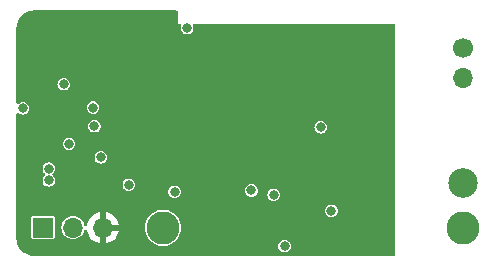
<source format=gbr>
%TF.GenerationSoftware,KiCad,Pcbnew,8.99.0-unknown-2123e2ca9c~177~ubuntu22.04.1*%
%TF.CreationDate,2024-04-04T17:44:23+09:00*%
%TF.ProjectId,SafePulse,53616665-5075-46c7-9365-2e6b69636164,V1.2.4*%
%TF.SameCoordinates,PX78d49e0PY49c7f08*%
%TF.FileFunction,Copper,L3,Inr*%
%TF.FilePolarity,Positive*%
%FSLAX46Y46*%
G04 Gerber Fmt 4.6, Leading zero omitted, Abs format (unit mm)*
G04 Created by KiCad (PCBNEW 8.99.0-unknown-2123e2ca9c~177~ubuntu22.04.1) date 2024-04-04 17:44:23*
%MOMM*%
%LPD*%
G01*
G04 APERTURE LIST*
%TA.AperFunction,ComponentPad*%
%ADD10C,1.700000*%
%TD*%
%TA.AperFunction,ComponentPad*%
%ADD11O,1.700000X1.700000*%
%TD*%
%TA.AperFunction,ComponentPad*%
%ADD12C,2.500000*%
%TD*%
%TA.AperFunction,ComponentPad*%
%ADD13C,2.800000*%
%TD*%
%TA.AperFunction,ComponentPad*%
%ADD14R,1.700000X1.700000*%
%TD*%
%TA.AperFunction,ViaPad*%
%ADD15C,0.800000*%
%TD*%
G04 APERTURE END LIST*
D10*
%TO.N,unconnected-(two_pinheader1-Pad1)*%
%TO.C,two_pinheader1*%
X37360000Y17040000D03*
D11*
%TO.N,unconnected-(two_pinheader1-Pad2)*%
X37360000Y14500000D03*
%TD*%
D12*
%TO.N,Net-(H2-Pad1)*%
%TO.C,H2*%
X37360000Y5610000D03*
%TD*%
D13*
%TO.N,Net-(H2-Pad1)*%
%TO.C,H4*%
X37360000Y1800000D03*
%TD*%
%TO.N,Net-(H1-Pad1)*%
%TO.C,H1*%
X11960000Y1800000D03*
%TD*%
D14*
%TO.N,Net-(F1-Pad1)*%
%TO.C,J1*%
X1800000Y1800000D03*
D11*
%TO.N,Net-(D2-Pad2)*%
X4340000Y1800000D03*
%TO.N,GND*%
X6880000Y1800000D03*
%TD*%
D15*
%TO.N,GND*%
X19446747Y1733798D03*
X18500000Y16251183D03*
X27800000Y9365000D03*
X23550000Y7463500D03*
X2250000Y7800000D03*
X15000000Y16300000D03*
X22161441Y16315130D03*
X11301303Y14625832D03*
X29750000Y1850000D03*
X7950000Y7450000D03*
X23900000Y4900000D03*
X5300000Y5000000D03*
X9400000Y6800000D03*
X4450000Y16200000D03*
%TO.N,Net-(C7-Pad1)*%
X6150000Y10400000D03*
%TO.N,+3V3*%
X100000Y11900000D03*
X12934500Y4848000D03*
X9064700Y5423900D03*
X6700000Y7750000D03*
%TO.N,Net-(Q2-Pad3)*%
X21320000Y4595000D03*
%TO.N,Net-(Q1-Pad1)*%
X6030000Y11970000D03*
X3550000Y13950000D03*
%TO.N,Net-(Q3-Pad2)*%
X26219800Y3233400D03*
%TO.N,Net-(C6-Pad2)*%
X14000000Y18700000D03*
%TO.N,Net-(R23-Pad1)*%
X25300000Y10300000D03*
%TO.N,Net-(IC1-Pad6)*%
X2300000Y6800000D03*
%TO.N,Net-(IC1-Pad7)*%
X4000000Y8900000D03*
X2300000Y5800000D03*
%TO.N,Net-(R6-Pad1)*%
X19450000Y4950000D03*
X22250000Y251500D03*
%TD*%
%TA.AperFunction,Conductor*%
%TO.N,GND*%
G36*
X13142121Y20169498D02*
G01*
X13188614Y20115842D01*
X13200000Y20063500D01*
X13200000Y19050000D01*
X13385440Y19050000D01*
X13453561Y19029998D01*
X13500054Y18976342D01*
X13510158Y18906068D01*
X13501849Y18875783D01*
X13486077Y18837706D01*
X13467948Y18700001D01*
X13467948Y18700000D01*
X13486077Y18562295D01*
X13539226Y18433978D01*
X13539228Y18433975D01*
X13539229Y18433974D01*
X13623782Y18323782D01*
X13733974Y18239229D01*
X13733977Y18239227D01*
X13806331Y18209258D01*
X13862295Y18186077D01*
X14000000Y18167948D01*
X14137705Y18186077D01*
X14233239Y18225649D01*
X14266022Y18239227D01*
X14266022Y18239228D01*
X14266026Y18239229D01*
X14376218Y18323782D01*
X14460771Y18433974D01*
X14513923Y18562295D01*
X14532052Y18700000D01*
X14531479Y18704349D01*
X14517829Y18808033D01*
X14513923Y18837705D01*
X14498151Y18875783D01*
X14490562Y18946373D01*
X14522342Y19009859D01*
X14583400Y19046086D01*
X14614560Y19050000D01*
X31514000Y19050000D01*
X31582121Y19029998D01*
X31628614Y18976342D01*
X31640000Y18924000D01*
X31640000Y-463500D01*
X31619998Y-531621D01*
X31566342Y-578114D01*
X31514000Y-589500D01*
X1042501Y-589500D01*
X1033512Y-589179D01*
X835013Y-574982D01*
X817219Y-572423D01*
X627165Y-531079D01*
X609916Y-526015D01*
X427678Y-458044D01*
X411324Y-450575D01*
X240624Y-357365D01*
X225501Y-347646D01*
X69796Y-231087D01*
X56210Y-219314D01*
X-81315Y-81789D01*
X-93088Y-68203D01*
X-209647Y87502D01*
X-219366Y102625D01*
X-225465Y113795D01*
X-300659Y251501D01*
X21717948Y251501D01*
X21717948Y251500D01*
X21736077Y113795D01*
X21789226Y-14522D01*
X21789228Y-14525D01*
X21789229Y-14526D01*
X21873782Y-124718D01*
X21983974Y-209271D01*
X21983977Y-209273D01*
X22056331Y-239242D01*
X22112295Y-262423D01*
X22250000Y-280552D01*
X22387705Y-262423D01*
X22491780Y-219314D01*
X22516022Y-209273D01*
X22516022Y-209272D01*
X22516026Y-209271D01*
X22626218Y-124718D01*
X22710771Y-14526D01*
X22763923Y113795D01*
X22782052Y251500D01*
X22763923Y389205D01*
X22726711Y479043D01*
X22710773Y517523D01*
X22684228Y552117D01*
X22626218Y627718D01*
X22516026Y712271D01*
X22516025Y712272D01*
X22516022Y712274D01*
X22387705Y765423D01*
X22250000Y783552D01*
X22112294Y765423D01*
X21983977Y712274D01*
X21873782Y627718D01*
X21789226Y517523D01*
X21736077Y389206D01*
X21717948Y251501D01*
X-300659Y251501D01*
X-312579Y273330D01*
X-320045Y289679D01*
X-388016Y471917D01*
X-393080Y489166D01*
X-434424Y679220D01*
X-436982Y697004D01*
X-451179Y895513D01*
X-451500Y904501D01*
X-451500Y2662559D01*
X822500Y2662559D01*
X822500Y937442D01*
X829052Y904501D01*
X829898Y900252D01*
X858078Y858078D01*
X900252Y829898D01*
X937442Y822500D01*
X937447Y822500D01*
X2662553Y822500D01*
X2662558Y822500D01*
X2699748Y829898D01*
X2741922Y858078D01*
X2770102Y900252D01*
X2777500Y937442D01*
X2777500Y1800004D01*
X3357770Y1800004D01*
X3357770Y1799997D01*
X3376641Y1608384D01*
X3376641Y1608382D01*
X3432537Y1424120D01*
X3432539Y1424114D01*
X3468118Y1357551D01*
X3523306Y1254302D01*
X3645459Y1105459D01*
X3794302Y983306D01*
X3880098Y937447D01*
X3950156Y900000D01*
X3964117Y892538D01*
X4148376Y836643D01*
X4148380Y836643D01*
X4148382Y836642D01*
X4339997Y817770D01*
X4340000Y817770D01*
X4340003Y817770D01*
X4531616Y836642D01*
X4531618Y836642D01*
X4531619Y836643D01*
X4531624Y836643D01*
X4715883Y892538D01*
X4885698Y983306D01*
X5034541Y1105459D01*
X5156694Y1254302D01*
X5247462Y1424117D01*
X5294099Y1577859D01*
X5333013Y1637238D01*
X5397855Y1666154D01*
X5468036Y1655423D01*
X5521274Y1608453D01*
X5536817Y1572212D01*
X5591176Y1357551D01*
X5591179Y1357544D01*
X5681580Y1151452D01*
X5804674Y963042D01*
X5957097Y797466D01*
X6134698Y659233D01*
X6134699Y659232D01*
X6332628Y552118D01*
X6332630Y552117D01*
X6545483Y479045D01*
X6545492Y479043D01*
X6626000Y465609D01*
X6626000Y1369298D01*
X6687007Y1334075D01*
X6814174Y1300000D01*
X6945826Y1300000D01*
X7072993Y1334075D01*
X7134000Y1369298D01*
X7134000Y465610D01*
X7214507Y479043D01*
X7214516Y479045D01*
X7427369Y552117D01*
X7427371Y552118D01*
X7625300Y659232D01*
X7625301Y659233D01*
X7802902Y797466D01*
X7955325Y963042D01*
X8078419Y1151452D01*
X8168820Y1357544D01*
X8168823Y1357551D01*
X8216544Y1546000D01*
X7310703Y1546000D01*
X7345925Y1607007D01*
X7380000Y1734174D01*
X7380000Y1800000D01*
X10427777Y1800000D01*
X10446641Y1560309D01*
X10502768Y1326519D01*
X10594780Y1104382D01*
X10720400Y899390D01*
X10720408Y899379D01*
X10876554Y716555D01*
X11059378Y560409D01*
X11059389Y560401D01*
X11264381Y434781D01*
X11264383Y434781D01*
X11264385Y434779D01*
X11486517Y342769D01*
X11720308Y286641D01*
X11960000Y267777D01*
X12199692Y286641D01*
X12433483Y342769D01*
X12655615Y434779D01*
X12860618Y560406D01*
X13043445Y716555D01*
X13199594Y899382D01*
X13325221Y1104385D01*
X13417231Y1326517D01*
X13473359Y1560308D01*
X13492223Y1800000D01*
X13473359Y2039692D01*
X13417231Y2273483D01*
X13325221Y2495615D01*
X13325219Y2495619D01*
X13199599Y2700611D01*
X13199591Y2700622D01*
X13043445Y2883446D01*
X12860621Y3039592D01*
X12860610Y3039600D01*
X12655618Y3165220D01*
X12491014Y3233401D01*
X25687748Y3233401D01*
X25687748Y3233400D01*
X25705877Y3095695D01*
X25759026Y2967378D01*
X25759028Y2967375D01*
X25759029Y2967374D01*
X25843582Y2857182D01*
X25914800Y2802535D01*
X25953777Y2772627D01*
X26026131Y2742658D01*
X26082095Y2719477D01*
X26219800Y2701348D01*
X26357505Y2719477D01*
X26453039Y2759049D01*
X26485822Y2772627D01*
X26485822Y2772628D01*
X26485826Y2772629D01*
X26596018Y2857182D01*
X26680571Y2967374D01*
X26733723Y3095695D01*
X26751852Y3233400D01*
X26733723Y3371105D01*
X26710542Y3427069D01*
X26680573Y3499423D01*
X26680571Y3499426D01*
X26596018Y3609618D01*
X26485826Y3694171D01*
X26485825Y3694172D01*
X26485822Y3694174D01*
X26357505Y3747323D01*
X26219800Y3765452D01*
X26082094Y3747323D01*
X25953777Y3694174D01*
X25843582Y3609618D01*
X25759026Y3499423D01*
X25705877Y3371106D01*
X25687748Y3233401D01*
X12491014Y3233401D01*
X12433481Y3257232D01*
X12273550Y3295628D01*
X12199692Y3313359D01*
X11960000Y3332223D01*
X11720308Y3313359D01*
X11486518Y3257232D01*
X11264381Y3165220D01*
X11059389Y3039600D01*
X11059378Y3039592D01*
X10876554Y2883446D01*
X10720408Y2700622D01*
X10720400Y2700611D01*
X10594780Y2495619D01*
X10502768Y2273482D01*
X10446641Y2039692D01*
X10427777Y1800000D01*
X7380000Y1800000D01*
X7380000Y1865826D01*
X7345925Y1992993D01*
X7310703Y2054000D01*
X8216544Y2054000D01*
X8216544Y2054001D01*
X8168823Y2242450D01*
X8168820Y2242457D01*
X8078419Y2448549D01*
X7955325Y2636959D01*
X7802902Y2802535D01*
X7625301Y2940768D01*
X7625300Y2940769D01*
X7427371Y3047883D01*
X7427369Y3047884D01*
X7214512Y3120957D01*
X7214501Y3120960D01*
X7134000Y3134394D01*
X7134000Y2230703D01*
X7072993Y2265925D01*
X6945826Y2300000D01*
X6814174Y2300000D01*
X6687007Y2265925D01*
X6626000Y2230703D01*
X6626000Y3134393D01*
X6625999Y3134394D01*
X6545498Y3120960D01*
X6545487Y3120957D01*
X6332630Y3047884D01*
X6332628Y3047883D01*
X6134699Y2940769D01*
X6134698Y2940768D01*
X5957097Y2802535D01*
X5804674Y2636959D01*
X5681580Y2448549D01*
X5591179Y2242457D01*
X5591176Y2242450D01*
X5536817Y2027789D01*
X5500705Y1966663D01*
X5437277Y1934764D01*
X5366674Y1942221D01*
X5311309Y1986665D01*
X5294100Y2022140D01*
X5247462Y2175883D01*
X5156694Y2345698D01*
X5034541Y2494541D01*
X4885698Y2616694D01*
X4847785Y2636959D01*
X4715886Y2707461D01*
X4715880Y2707463D01*
X4531617Y2763359D01*
X4340003Y2782230D01*
X4339997Y2782230D01*
X4148383Y2763359D01*
X4148381Y2763359D01*
X3964119Y2707463D01*
X3964113Y2707461D01*
X3794301Y2616694D01*
X3645459Y2494541D01*
X3523306Y2345699D01*
X3432539Y2175887D01*
X3432537Y2175881D01*
X3376641Y1991619D01*
X3376641Y1991617D01*
X3357770Y1800004D01*
X2777500Y1800004D01*
X2777500Y2662558D01*
X2770102Y2699748D01*
X2741922Y2741922D01*
X2699748Y2770102D01*
X2699745Y2770103D01*
X2662558Y2777500D01*
X937442Y2777500D01*
X937441Y2777500D01*
X900254Y2770103D01*
X900252Y2770103D01*
X900252Y2770102D01*
X858078Y2741922D01*
X830480Y2700618D01*
X829897Y2699746D01*
X822500Y2662559D01*
X-451500Y2662559D01*
X-451500Y4848001D01*
X12402448Y4848001D01*
X12402448Y4848000D01*
X12420577Y4710295D01*
X12473726Y4581978D01*
X12473728Y4581975D01*
X12473729Y4581974D01*
X12558282Y4471782D01*
X12668474Y4387229D01*
X12668477Y4387227D01*
X12740831Y4357258D01*
X12796795Y4334077D01*
X12934500Y4315948D01*
X13072205Y4334077D01*
X13167739Y4373649D01*
X13200522Y4387227D01*
X13200522Y4387228D01*
X13200526Y4387229D01*
X13310718Y4471782D01*
X13395271Y4581974D01*
X13448423Y4710295D01*
X13466552Y4848000D01*
X13453123Y4950001D01*
X18917948Y4950001D01*
X18917948Y4950000D01*
X18936077Y4812295D01*
X18989226Y4683978D01*
X18989228Y4683975D01*
X18989229Y4683974D01*
X19073782Y4573782D01*
X19183974Y4489229D01*
X19183977Y4489227D01*
X19256331Y4459258D01*
X19312295Y4436077D01*
X19450000Y4417948D01*
X19587705Y4436077D01*
X19683239Y4475649D01*
X19716022Y4489227D01*
X19716022Y4489228D01*
X19716026Y4489229D01*
X19826218Y4573782D01*
X19842500Y4595001D01*
X20787948Y4595001D01*
X20787948Y4595000D01*
X20806077Y4457295D01*
X20859226Y4328978D01*
X20859228Y4328975D01*
X20859229Y4328974D01*
X20943782Y4218782D01*
X21053974Y4134229D01*
X21053977Y4134227D01*
X21126331Y4104258D01*
X21182295Y4081077D01*
X21320000Y4062948D01*
X21457705Y4081077D01*
X21553239Y4120649D01*
X21586022Y4134227D01*
X21586022Y4134228D01*
X21586026Y4134229D01*
X21696218Y4218782D01*
X21780771Y4328974D01*
X21833923Y4457295D01*
X21852052Y4595000D01*
X21833923Y4732705D01*
X21786167Y4848000D01*
X21780773Y4861023D01*
X21780771Y4861026D01*
X21696218Y4971218D01*
X21586026Y5055771D01*
X21586025Y5055772D01*
X21586022Y5055774D01*
X21457705Y5108923D01*
X21320000Y5127052D01*
X21182294Y5108923D01*
X21053977Y5055774D01*
X20943782Y4971218D01*
X20859226Y4861023D01*
X20806077Y4732706D01*
X20787948Y4595001D01*
X19842500Y4595001D01*
X19910771Y4683974D01*
X19921674Y4710295D01*
X19930956Y4732706D01*
X19963923Y4812295D01*
X19982052Y4950000D01*
X19963923Y5087705D01*
X19934857Y5157878D01*
X19910773Y5216023D01*
X19904485Y5224218D01*
X19826218Y5326218D01*
X19716026Y5410771D01*
X19716025Y5410772D01*
X19716022Y5410774D01*
X19587705Y5463923D01*
X19450000Y5482052D01*
X19312294Y5463923D01*
X19183977Y5410774D01*
X19073782Y5326218D01*
X18989226Y5216023D01*
X18936077Y5087706D01*
X18917948Y4950001D01*
X13453123Y4950001D01*
X13448423Y4985705D01*
X13419400Y5055774D01*
X13395273Y5114023D01*
X13395271Y5114026D01*
X13310718Y5224218D01*
X13200526Y5308771D01*
X13200525Y5308772D01*
X13200522Y5308774D01*
X13072205Y5361923D01*
X12934500Y5380052D01*
X12796794Y5361923D01*
X12668477Y5308774D01*
X12558282Y5224218D01*
X12473726Y5114023D01*
X12420577Y4985706D01*
X12402448Y4848001D01*
X-451500Y4848001D01*
X-451500Y6800001D01*
X1767948Y6800001D01*
X1767948Y6800000D01*
X1786077Y6662295D01*
X1839226Y6533978D01*
X1923784Y6423780D01*
X1954824Y6399962D01*
X1996691Y6342624D01*
X2000913Y6271753D01*
X1966149Y6209850D01*
X1954824Y6200038D01*
X1923784Y6176221D01*
X1839226Y6066023D01*
X1786077Y5937706D01*
X1767948Y5800001D01*
X1767948Y5800000D01*
X1786077Y5662295D01*
X1839226Y5533978D01*
X1839228Y5533975D01*
X1839229Y5533974D01*
X1923782Y5423782D01*
X2004399Y5361923D01*
X2033977Y5339227D01*
X2106331Y5309258D01*
X2162295Y5286077D01*
X2300000Y5267948D01*
X2437705Y5286077D01*
X2533239Y5325649D01*
X2566022Y5339227D01*
X2566022Y5339228D01*
X2566026Y5339229D01*
X2676218Y5423782D01*
X2676309Y5423901D01*
X8532648Y5423901D01*
X8532648Y5423900D01*
X8550777Y5286195D01*
X8603926Y5157878D01*
X8603928Y5157875D01*
X8603929Y5157874D01*
X8688482Y5047682D01*
X8798674Y4963129D01*
X8798677Y4963127D01*
X8871031Y4933158D01*
X8926995Y4909977D01*
X9064700Y4891848D01*
X9202405Y4909977D01*
X9299032Y4950001D01*
X9330722Y4963127D01*
X9330722Y4963128D01*
X9330726Y4963129D01*
X9440918Y5047682D01*
X9525471Y5157874D01*
X9578623Y5286195D01*
X9596752Y5423900D01*
X9578623Y5561605D01*
X9555442Y5617569D01*
X9525473Y5689923D01*
X9525471Y5689926D01*
X9440918Y5800118D01*
X9330726Y5884671D01*
X9330725Y5884672D01*
X9330722Y5884674D01*
X9202405Y5937823D01*
X9064700Y5955952D01*
X8926994Y5937823D01*
X8798677Y5884674D01*
X8688482Y5800118D01*
X8603926Y5689923D01*
X8550777Y5561606D01*
X8532648Y5423901D01*
X2676309Y5423901D01*
X2760771Y5533974D01*
X2772217Y5561606D01*
X2774351Y5566761D01*
X2813923Y5662295D01*
X2832052Y5800000D01*
X2832036Y5800118D01*
X2829665Y5818130D01*
X2813923Y5937705D01*
X2790742Y5993669D01*
X2760773Y6066023D01*
X2676216Y6176220D01*
X2645176Y6200037D01*
X2603308Y6257374D01*
X2599086Y6328245D01*
X2633849Y6390148D01*
X2645176Y6399963D01*
X2676215Y6423780D01*
X2676218Y6423782D01*
X2760771Y6533974D01*
X2813923Y6662295D01*
X2832052Y6800000D01*
X2813923Y6937705D01*
X2790742Y6993669D01*
X2760773Y7066023D01*
X2760771Y7066026D01*
X2676218Y7176218D01*
X2566026Y7260771D01*
X2566025Y7260772D01*
X2566022Y7260774D01*
X2437705Y7313923D01*
X2300000Y7332052D01*
X2162294Y7313923D01*
X2033977Y7260774D01*
X1923782Y7176218D01*
X1839226Y7066023D01*
X1786077Y6937706D01*
X1767948Y6800001D01*
X-451500Y6800001D01*
X-451500Y7750001D01*
X6167948Y7750001D01*
X6167948Y7750000D01*
X6186077Y7612295D01*
X6239226Y7483978D01*
X6239228Y7483975D01*
X6239229Y7483974D01*
X6323782Y7373782D01*
X6433974Y7289229D01*
X6433977Y7289227D01*
X6502671Y7260774D01*
X6562295Y7236077D01*
X6700000Y7217948D01*
X6837705Y7236077D01*
X6933239Y7275649D01*
X6966022Y7289227D01*
X6966022Y7289228D01*
X6966026Y7289229D01*
X7076218Y7373782D01*
X7160771Y7483974D01*
X7213923Y7612295D01*
X7232052Y7750000D01*
X7213923Y7887705D01*
X7190742Y7943669D01*
X7160773Y8016023D01*
X7160771Y8016026D01*
X7076218Y8126218D01*
X6966026Y8210771D01*
X6966025Y8210772D01*
X6966022Y8210774D01*
X6837705Y8263923D01*
X6700000Y8282052D01*
X6562294Y8263923D01*
X6433977Y8210774D01*
X6323782Y8126218D01*
X6239226Y8016023D01*
X6186077Y7887706D01*
X6167948Y7750001D01*
X-451500Y7750001D01*
X-451500Y8900001D01*
X3467948Y8900001D01*
X3467948Y8900000D01*
X3486077Y8762295D01*
X3539226Y8633978D01*
X3539228Y8633975D01*
X3539229Y8633974D01*
X3623782Y8523782D01*
X3733974Y8439229D01*
X3733977Y8439227D01*
X3806331Y8409258D01*
X3862295Y8386077D01*
X4000000Y8367948D01*
X4137705Y8386077D01*
X4233239Y8425649D01*
X4266022Y8439227D01*
X4266022Y8439228D01*
X4266026Y8439229D01*
X4376218Y8523782D01*
X4460771Y8633974D01*
X4513923Y8762295D01*
X4532052Y8900000D01*
X4513923Y9037705D01*
X4490742Y9093669D01*
X4460773Y9166023D01*
X4460771Y9166026D01*
X4376218Y9276218D01*
X4266026Y9360771D01*
X4266025Y9360772D01*
X4266022Y9360774D01*
X4137705Y9413923D01*
X4000000Y9432052D01*
X3862294Y9413923D01*
X3733977Y9360774D01*
X3623782Y9276218D01*
X3539226Y9166023D01*
X3486077Y9037706D01*
X3467948Y8900001D01*
X-451500Y8900001D01*
X-451500Y10400001D01*
X5617948Y10400001D01*
X5617948Y10400000D01*
X5636077Y10262295D01*
X5689226Y10133978D01*
X5689228Y10133975D01*
X5689229Y10133974D01*
X5773782Y10023782D01*
X5883974Y9939229D01*
X5883977Y9939227D01*
X5956331Y9909258D01*
X6012295Y9886077D01*
X6150000Y9867948D01*
X6287705Y9886077D01*
X6383239Y9925649D01*
X6416022Y9939227D01*
X6416022Y9939228D01*
X6416026Y9939229D01*
X6526218Y10023782D01*
X6610771Y10133974D01*
X6663923Y10262295D01*
X6668887Y10300001D01*
X24767948Y10300001D01*
X24767948Y10300000D01*
X24786077Y10162295D01*
X24839226Y10033978D01*
X24839228Y10033975D01*
X24839229Y10033974D01*
X24923782Y9923782D01*
X24996547Y9867948D01*
X25033977Y9839227D01*
X25106331Y9809258D01*
X25162295Y9786077D01*
X25300000Y9767948D01*
X25437705Y9786077D01*
X25533239Y9825649D01*
X25566022Y9839227D01*
X25566022Y9839228D01*
X25566026Y9839229D01*
X25676218Y9923782D01*
X25760771Y10033974D01*
X25813923Y10162295D01*
X25832052Y10300000D01*
X25813923Y10437705D01*
X25772502Y10537705D01*
X25760773Y10566023D01*
X25760771Y10566026D01*
X25676218Y10676218D01*
X25566026Y10760771D01*
X25566025Y10760772D01*
X25566022Y10760774D01*
X25437705Y10813923D01*
X25300000Y10832052D01*
X25162294Y10813923D01*
X25033977Y10760774D01*
X24923782Y10676218D01*
X24839226Y10566023D01*
X24786077Y10437706D01*
X24767948Y10300001D01*
X6668887Y10300001D01*
X6682052Y10400000D01*
X6663923Y10537705D01*
X6640742Y10593669D01*
X6610773Y10666023D01*
X6602950Y10676218D01*
X6526218Y10776218D01*
X6416026Y10860771D01*
X6416025Y10860772D01*
X6416022Y10860774D01*
X6287705Y10913923D01*
X6150000Y10932052D01*
X6012294Y10913923D01*
X5883977Y10860774D01*
X5773782Y10776218D01*
X5689226Y10666023D01*
X5636077Y10537706D01*
X5617948Y10400001D01*
X-451500Y10400001D01*
X-451500Y11402778D01*
X-431498Y11470899D01*
X-377842Y11517392D01*
X-307568Y11527496D01*
X-248798Y11502742D01*
X-166026Y11439229D01*
X-166023Y11439227D01*
X-93669Y11409258D01*
X-37705Y11386077D01*
X100000Y11367948D01*
X237705Y11386077D01*
X333239Y11425649D01*
X366022Y11439227D01*
X366022Y11439228D01*
X366026Y11439229D01*
X476218Y11523782D01*
X560771Y11633974D01*
X613923Y11762295D01*
X632052Y11900000D01*
X622836Y11970001D01*
X5497948Y11970001D01*
X5497948Y11970000D01*
X5516077Y11832295D01*
X5569226Y11703978D01*
X5569228Y11703975D01*
X5569229Y11703974D01*
X5653782Y11593782D01*
X5753336Y11517392D01*
X5763977Y11509227D01*
X5836331Y11479258D01*
X5892295Y11456077D01*
X6030000Y11437948D01*
X6167705Y11456077D01*
X6263239Y11495649D01*
X6296022Y11509227D01*
X6296022Y11509228D01*
X6296026Y11509229D01*
X6406218Y11593782D01*
X6490771Y11703974D01*
X6543923Y11832295D01*
X6562052Y11970000D01*
X6543923Y12107705D01*
X6519766Y12166026D01*
X6490773Y12236023D01*
X6463428Y12271660D01*
X6406218Y12346218D01*
X6296026Y12430771D01*
X6296025Y12430772D01*
X6296022Y12430774D01*
X6167705Y12483923D01*
X6030000Y12502052D01*
X5892294Y12483923D01*
X5763977Y12430774D01*
X5653782Y12346218D01*
X5569226Y12236023D01*
X5516077Y12107706D01*
X5497948Y11970001D01*
X622836Y11970001D01*
X613923Y12037705D01*
X584928Y12107706D01*
X560773Y12166023D01*
X560771Y12166026D01*
X476218Y12276218D01*
X366026Y12360771D01*
X366025Y12360772D01*
X366022Y12360774D01*
X237705Y12413923D01*
X100000Y12432052D01*
X-37706Y12413923D01*
X-166025Y12360773D01*
X-248797Y12297260D01*
X-315017Y12271660D01*
X-384566Y12285925D01*
X-435362Y12335527D01*
X-451500Y12397223D01*
X-451500Y13950001D01*
X3017948Y13950001D01*
X3017948Y13950000D01*
X3036077Y13812295D01*
X3089226Y13683978D01*
X3089228Y13683975D01*
X3089229Y13683974D01*
X3173782Y13573782D01*
X3283974Y13489229D01*
X3283977Y13489227D01*
X3356331Y13459258D01*
X3412295Y13436077D01*
X3550000Y13417948D01*
X3687705Y13436077D01*
X3783239Y13475649D01*
X3816022Y13489227D01*
X3816022Y13489228D01*
X3816026Y13489229D01*
X3926218Y13573782D01*
X4010771Y13683974D01*
X4063923Y13812295D01*
X4082052Y13950000D01*
X4063923Y14087705D01*
X4040742Y14143669D01*
X4010773Y14216023D01*
X4010771Y14216026D01*
X3926218Y14326218D01*
X3816026Y14410771D01*
X3816025Y14410772D01*
X3816022Y14410774D01*
X3687705Y14463923D01*
X3550000Y14482052D01*
X3412294Y14463923D01*
X3283977Y14410774D01*
X3173782Y14326218D01*
X3089226Y14216023D01*
X3036077Y14087706D01*
X3017948Y13950001D01*
X-451500Y13950001D01*
X-451500Y18695500D01*
X-451179Y18704488D01*
X-451001Y18706984D01*
X-436982Y18902999D01*
X-434424Y18920781D01*
X-393080Y19110835D01*
X-388016Y19128084D01*
X-356000Y19213923D01*
X-320043Y19310327D01*
X-312581Y19326666D01*
X-219361Y19497386D01*
X-209654Y19512489D01*
X-93082Y19668212D01*
X-81322Y19681783D01*
X56217Y19819322D01*
X69788Y19831082D01*
X225511Y19947654D01*
X240614Y19957361D01*
X411334Y20050581D01*
X427673Y20058043D01*
X609917Y20126017D01*
X627165Y20131080D01*
X817219Y20172424D01*
X835001Y20174982D01*
X1016425Y20187957D01*
X1033513Y20189179D01*
X1042501Y20189500D01*
X13074000Y20189500D01*
X13142121Y20169498D01*
G37*
%TD.AperFunction*%
%TD*%
M02*

</source>
